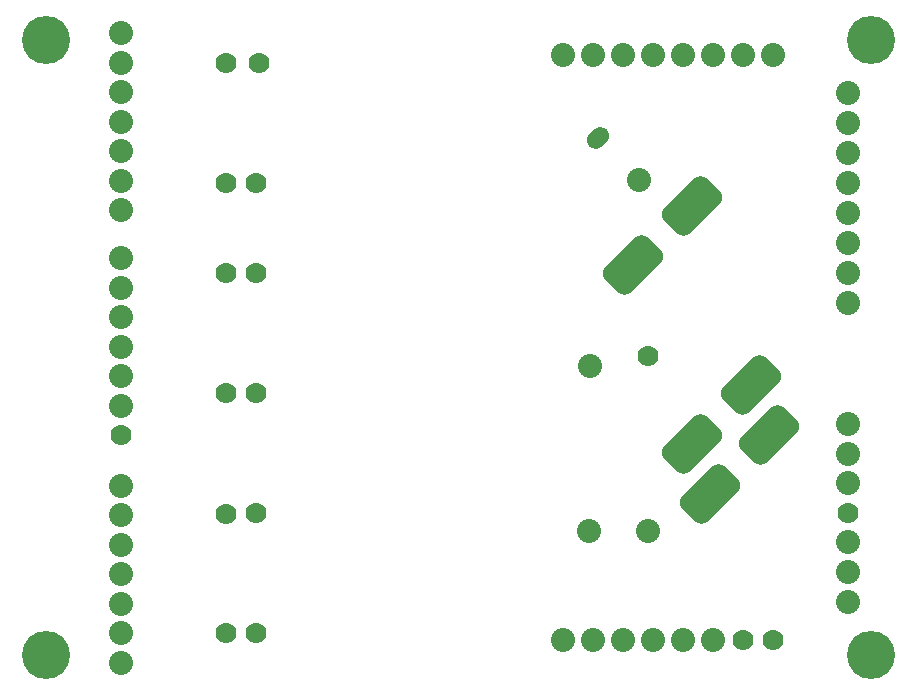
<source format=gbr>
%TF.GenerationSoftware,Altium Limited,Altium Designer,20.0.13 (296)*%
G04 Layer_Color=255*
%FSLAX45Y45*%
%MOMM*%
%TF.FileFunction,Pads,Bot*%
%TF.Part,Single*%
G01*
G75*
%TA.AperFunction,ComponentPad*%
%ADD69C,2.03200*%
%ADD70C,1.77800*%
G04:AMPARAMS|DCode=71|XSize=1.524mm|YSize=2.032mm|CornerRadius=0mm|HoleSize=0mm|Usage=FLASHONLY|Rotation=135.000|XOffset=0mm|YOffset=0mm|HoleType=Round|Shape=Round|*
%AMOVALD71*
21,1,0.50800,1.52400,0.00000,0.00000,225.0*
1,1,1.52400,0.17961,0.17961*
1,1,1.52400,-0.17961,-0.17961*
%
%ADD71OVALD71*%

G04:AMPARAMS|DCode=72|XSize=5.08mm|YSize=3.048mm|CornerRadius=0.762mm|HoleSize=0mm|Usage=FLASHONLY|Rotation=45.000|XOffset=0mm|YOffset=0mm|HoleType=Round|Shape=RoundedRectangle|*
%AMROUNDEDRECTD72*
21,1,5.08000,1.52400,0,0,45.0*
21,1,3.55600,3.04800,0,0,45.0*
1,1,1.52400,1.79605,0.71842*
1,1,1.52400,-0.71842,-1.79605*
1,1,1.52400,-1.79605,-0.71842*
1,1,1.52400,0.71842,1.79605*
%
%ADD72ROUNDEDRECTD72*%
%TA.AperFunction,ViaPad*%
%ADD73C,4.06400*%
D69*
X8605894Y8102778D02*
D03*
X10795000Y6107995D02*
D03*
Y6357995D02*
D03*
Y6607995D02*
D03*
Y7107996D02*
D03*
Y7357996D02*
D03*
Y7607996D02*
D03*
X9024957Y9674703D02*
D03*
X4635500Y7088001D02*
D03*
Y6838001D02*
D03*
Y6588001D02*
D03*
Y6338000D02*
D03*
Y6088000D02*
D03*
Y5838000D02*
D03*
Y5588000D02*
D03*
Y9013800D02*
D03*
Y8763800D02*
D03*
Y8513800D02*
D03*
Y8263800D02*
D03*
Y8013799D02*
D03*
Y7763799D02*
D03*
Y10918800D02*
D03*
Y10668800D02*
D03*
Y10418800D02*
D03*
Y10168800D02*
D03*
Y9918799D02*
D03*
Y9668799D02*
D03*
Y9418799D02*
D03*
X9101900Y6705600D02*
D03*
X8601900D02*
D03*
X8382000Y10731500D02*
D03*
X8636000D02*
D03*
X8890000D02*
D03*
X9144000D02*
D03*
X9398000D02*
D03*
X9652000D02*
D03*
X9906000D02*
D03*
X10160000D02*
D03*
X9652000Y5778500D02*
D03*
X9398000D02*
D03*
X9144000D02*
D03*
X8890000D02*
D03*
X8636000D02*
D03*
X8382000D02*
D03*
X10795000Y10414000D02*
D03*
Y10160000D02*
D03*
Y9906000D02*
D03*
Y9652000D02*
D03*
Y9398000D02*
D03*
Y9144000D02*
D03*
Y8890000D02*
D03*
Y8636000D02*
D03*
D70*
X9098298Y8189602D02*
D03*
X10795000Y6857996D02*
D03*
X4635500Y7513799D02*
D03*
X5778500Y7870095D02*
D03*
X5524500D02*
D03*
Y6850380D02*
D03*
X5778500Y6858000D02*
D03*
Y9648095D02*
D03*
X5524500D02*
D03*
Y10664095D02*
D03*
X5803900D02*
D03*
X5524500Y8886095D02*
D03*
X5778500D02*
D03*
X5524500Y5842000D02*
D03*
X5778500D02*
D03*
X10160000Y5778500D02*
D03*
X9906000D02*
D03*
D71*
X8671403Y10028257D02*
D03*
D72*
X9625789Y7021689D02*
D03*
X10120764Y7516663D02*
D03*
X8975253Y8960013D02*
D03*
X9470227Y9454987D02*
D03*
X9473391Y7443991D02*
D03*
X9968365Y7938966D02*
D03*
D73*
X10985500Y5651500D02*
D03*
Y10858500D02*
D03*
X4000500D02*
D03*
Y5651500D02*
D03*
%TF.MD5,4337a88ad054e4a22262826a13295a2e*%
M02*

</source>
